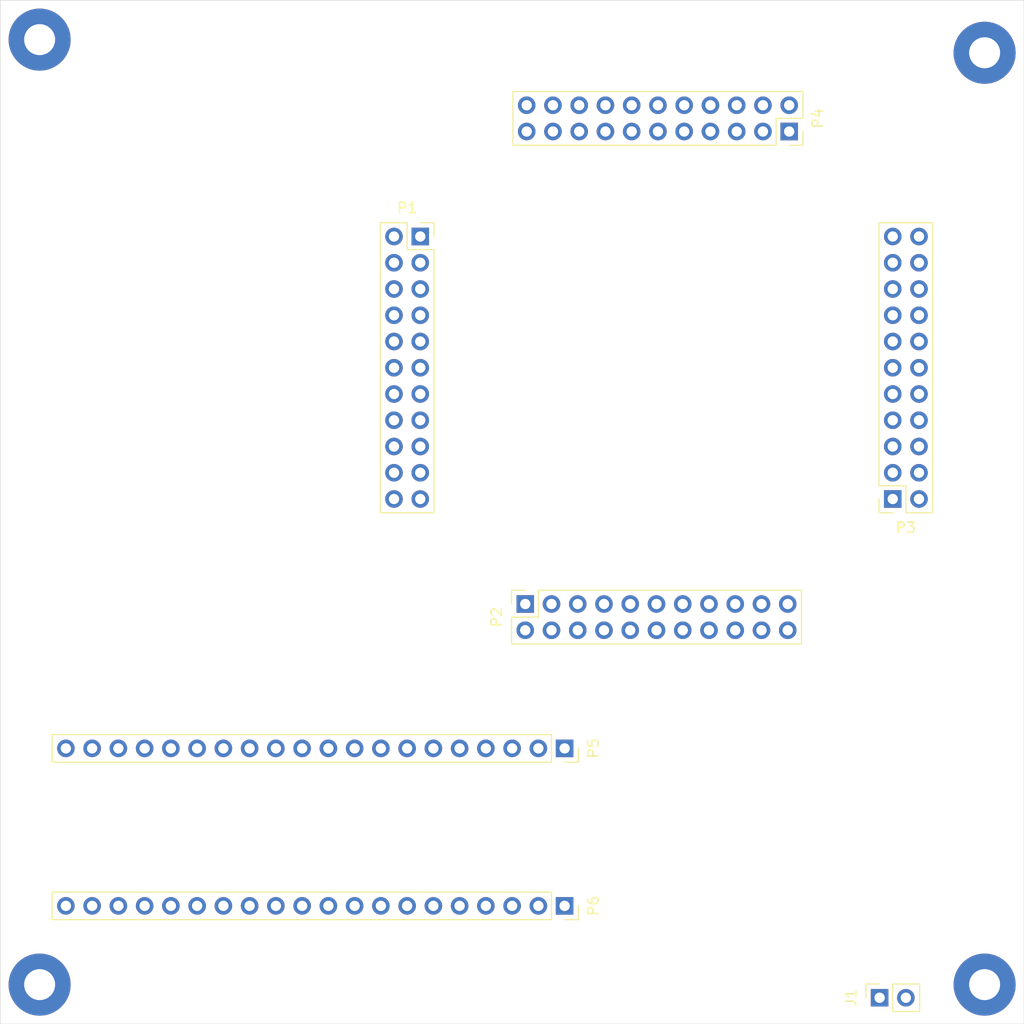
<source format=kicad_pcb>
(kicad_pcb (version 20171130) (host pcbnew 5.1.10-88a1d61d58~90~ubuntu20.04.1)

  (general
    (thickness 1.6)
    (drawings 4)
    (tracks 0)
    (zones 0)
    (modules 11)
    (nets 103)
  )

  (page A4)
  (layers
    (0 F.Cu signal)
    (31 B.Cu signal)
    (32 B.Adhes user)
    (33 F.Adhes user)
    (34 B.Paste user)
    (35 F.Paste user)
    (36 B.SilkS user)
    (37 F.SilkS user)
    (38 B.Mask user)
    (39 F.Mask user)
    (40 Dwgs.User user)
    (41 Cmts.User user)
    (42 Eco1.User user)
    (43 Eco2.User user)
    (44 Edge.Cuts user)
    (45 Margin user)
    (46 B.CrtYd user)
    (47 F.CrtYd user)
    (48 B.Fab user)
    (49 F.Fab user)
  )

  (setup
    (last_trace_width 0.25)
    (trace_clearance 0.2)
    (zone_clearance 0.508)
    (zone_45_only no)
    (trace_min 0.2)
    (via_size 0.8)
    (via_drill 0.4)
    (via_min_size 0.4)
    (via_min_drill 0.3)
    (uvia_size 0.3)
    (uvia_drill 0.1)
    (uvias_allowed no)
    (uvia_min_size 0.2)
    (uvia_min_drill 0.1)
    (edge_width 0.05)
    (segment_width 0.6)
    (pcb_text_width 0.3)
    (pcb_text_size 1.5 1.5)
    (mod_edge_width 0.12)
    (mod_text_size 1 1)
    (mod_text_width 0.15)
    (pad_size 6 6)
    (pad_drill 3)
    (pad_to_mask_clearance 0)
    (aux_axis_origin 0 0)
    (visible_elements FFFFF77F)
    (pcbplotparams
      (layerselection 0x010fc_ffffffff)
      (usegerberextensions false)
      (usegerberattributes true)
      (usegerberadvancedattributes true)
      (creategerberjobfile true)
      (excludeedgelayer true)
      (linewidth 0.100000)
      (plotframeref false)
      (viasonmask false)
      (mode 1)
      (useauxorigin false)
      (hpglpennumber 1)
      (hpglpenspeed 20)
      (hpglpendiameter 15.000000)
      (psnegative false)
      (psa4output false)
      (plotreference true)
      (plotvalue true)
      (plotinvisibletext false)
      (padsonsilk false)
      (subtractmaskfromsilk false)
      (outputformat 1)
      (mirror false)
      (drillshape 1)
      (scaleselection 1)
      (outputdirectory ""))
  )

  (net 0 "")
  (net 1 "Net-(P5-Pad18)")
  (net 2 "Net-(P5-Pad17)")
  (net 3 "Net-(P5-Pad12)")
  (net 4 "Net-(P5-Pad11)")
  (net 5 "Net-(P5-Pad10)")
  (net 6 "Net-(P5-Pad9)")
  (net 7 "Net-(P5-Pad8)")
  (net 8 "Net-(P5-Pad7)")
  (net 9 "Net-(P5-Pad6)")
  (net 10 "Net-(P5-Pad5)")
  (net 11 "Net-(P5-Pad4)")
  (net 12 "Net-(P5-Pad3)")
  (net 13 "Net-(P6-Pad1)")
  (net 14 /Pin01)
  (net 15 /3.3V)
  (net 16 /5V)
  (net 17 /Pin20)
  (net 18 /Pin18)
  (net 19 /Pin16)
  (net 20 /Pin14)
  (net 21 /Pin08)
  (net 22 /Pin06)
  (net 23 /Pin04)
  (net 24 /Pin03)
  (net 25 /Pin02)
  (net 26 /Pin21)
  (net 27 /Pin19)
  (net 28 /Pin17)
  (net 29 /Pin15)
  (net 30 /Pin07)
  (net 31 /Pin05)
  (net 32 /Pin50)
  (net 33 /Pin48)
  (net 34 /Pin49)
  (net 35 /Pin44)
  (net 36 /Pin47)
  (net 37 /Pin42)
  (net 38 /Pin43)
  (net 39 /Pin40)
  (net 40 /Pin41)
  (net 41 /Pin38)
  (net 42 /Pin39)
  (net 43 /Pin36)
  (net 44 /Pin37)
  (net 45 /Pin34)
  (net 46 /Pin35)
  (net 47 /Pin30)
  (net 48 /Pin33)
  (net 49 /Pin28)
  (net 50 /Pin29)
  (net 51 /Pin26)
  (net 52 /Pin27)
  (net 53 /Pin74)
  (net 54 /Pin75)
  (net 55 /Pin72)
  (net 56 /Pin73)
  (net 57 /Pin70)
  (net 58 /Pin71)
  (net 59 /Pin68)
  (net 60 /Pin69)
  (net 61 /Pin66)
  (net 62 /Pin67)
  (net 63 /Pin64)
  (net 64 /Pin62)
  (net 65 /Pin61)
  (net 66 /Pin58)
  (net 67 /Pin57)
  (net 68 /Pin56)
  (net 69 /Pin55)
  (net 70 /Pin54)
  (net 71 /Pin53)
  (net 72 /Pin52)
  (net 73 /Pin51)
  (net 74 /Pin100)
  (net 75 /Pin98)
  (net 76 /Pin99)
  (net 77 /Pin96)
  (net 78 /Pin97)
  (net 79 /Pin92)
  (net 80 /Pin95)
  (net 81 /Pin90)
  (net 82 /Pin91)
  (net 83 /Pin88)
  (net 84 /Pin89)
  (net 85 /Pin86)
  (net 86 /Pin87)
  (net 87 /Pin84)
  (net 88 /Pin85)
  (net 89 /Pin82)
  (net 90 /Pin83)
  (net 91 /Pin78)
  (net 92 /Pin81)
  (net 93 /Pin76)
  (net 94 /Pin77)
  (net 95 "Net-(P5-Pad2)")
  (net 96 "Net-(P5-Pad1)")
  (net 97 /GND)
  (net 98 "Net-(P6-Pad12)")
  (net 99 "Net-(P6-Pad7)")
  (net 100 "Net-(P6-Pad6)")
  (net 101 "Net-(P6-Pad5)")
  (net 102 "Net-(P6-Pad4)")

  (net_class Default "This is the default net class."
    (clearance 0.2)
    (trace_width 0.25)
    (via_dia 0.8)
    (via_drill 0.4)
    (uvia_dia 0.3)
    (uvia_drill 0.1)
    (add_net /3.3V)
    (add_net /Pin01)
    (add_net /Pin02)
    (add_net /Pin03)
    (add_net /Pin04)
    (add_net /Pin05)
    (add_net /Pin06)
    (add_net /Pin07)
    (add_net /Pin08)
    (add_net /Pin100)
    (add_net /Pin14)
    (add_net /Pin15)
    (add_net /Pin16)
    (add_net /Pin17)
    (add_net /Pin18)
    (add_net /Pin19)
    (add_net /Pin20)
    (add_net /Pin21)
    (add_net /Pin26)
    (add_net /Pin27)
    (add_net /Pin28)
    (add_net /Pin29)
    (add_net /Pin30)
    (add_net /Pin33)
    (add_net /Pin34)
    (add_net /Pin35)
    (add_net /Pin36)
    (add_net /Pin37)
    (add_net /Pin38)
    (add_net /Pin39)
    (add_net /Pin40)
    (add_net /Pin41)
    (add_net /Pin42)
    (add_net /Pin43)
    (add_net /Pin44)
    (add_net /Pin47)
    (add_net /Pin48)
    (add_net /Pin49)
    (add_net /Pin50)
    (add_net /Pin51)
    (add_net /Pin52)
    (add_net /Pin53)
    (add_net /Pin54)
    (add_net /Pin55)
    (add_net /Pin56)
    (add_net /Pin57)
    (add_net /Pin58)
    (add_net /Pin61)
    (add_net /Pin62)
    (add_net /Pin64)
    (add_net /Pin66)
    (add_net /Pin67)
    (add_net /Pin68)
    (add_net /Pin69)
    (add_net /Pin70)
    (add_net /Pin71)
    (add_net /Pin72)
    (add_net /Pin73)
    (add_net /Pin74)
    (add_net /Pin75)
    (add_net /Pin76)
    (add_net /Pin77)
    (add_net /Pin78)
    (add_net /Pin81)
    (add_net /Pin82)
    (add_net /Pin83)
    (add_net /Pin84)
    (add_net /Pin85)
    (add_net /Pin86)
    (add_net /Pin87)
    (add_net /Pin88)
    (add_net /Pin89)
    (add_net /Pin90)
    (add_net /Pin91)
    (add_net /Pin92)
    (add_net /Pin95)
    (add_net /Pin96)
    (add_net /Pin97)
    (add_net /Pin98)
    (add_net /Pin99)
    (add_net "Net-(P5-Pad1)")
    (add_net "Net-(P5-Pad10)")
    (add_net "Net-(P5-Pad11)")
    (add_net "Net-(P5-Pad12)")
    (add_net "Net-(P5-Pad17)")
    (add_net "Net-(P5-Pad18)")
    (add_net "Net-(P5-Pad2)")
    (add_net "Net-(P5-Pad3)")
    (add_net "Net-(P5-Pad4)")
    (add_net "Net-(P5-Pad5)")
    (add_net "Net-(P5-Pad6)")
    (add_net "Net-(P5-Pad7)")
    (add_net "Net-(P5-Pad8)")
    (add_net "Net-(P5-Pad9)")
    (add_net "Net-(P6-Pad1)")
    (add_net "Net-(P6-Pad12)")
    (add_net "Net-(P6-Pad4)")
    (add_net "Net-(P6-Pad5)")
    (add_net "Net-(P6-Pad6)")
    (add_net "Net-(P6-Pad7)")
  )

  (net_class Power ""
    (clearance 0.2)
    (trace_width 0.5)
    (via_dia 0.8)
    (via_drill 0.4)
    (uvia_dia 0.3)
    (uvia_drill 0.1)
    (add_net /5V)
    (add_net /GND)
  )

  (module MountingHole:MountingHole_3mm_Pad (layer F.Cu) (tedit 56D1B4CB) (tstamp 6111B188)
    (at 185.42 121.92)
    (descr "Mounting Hole 3mm")
    (tags "mounting hole 3mm")
    (attr virtual)
    (fp_text reference Pad4 (at 0 -4) (layer F.SilkS) hide
      (effects (font (size 1 1) (thickness 0.15)))
    )
    (fp_text value MountingHole_3mm_Pad (at 0 4) (layer F.Fab) hide
      (effects (font (size 1 1) (thickness 0.15)))
    )
    (fp_text user %R (at 0.3 0) (layer F.Fab)
      (effects (font (size 1 1) (thickness 0.15)))
    )
    (fp_circle (center 0 0) (end 3 0) (layer Cmts.User) (width 0.15))
    (fp_circle (center 0 0) (end 3.25 0) (layer F.CrtYd) (width 0.05))
    (pad 1 thru_hole circle (at 0 0) (size 6 6) (drill 3) (layers *.Cu *.Mask))
  )

  (module MountingHole:MountingHole_3mm_Pad (layer F.Cu) (tedit 56D1B4CB) (tstamp 6111B0B3)
    (at 93.98 121.92)
    (descr "Mounting Hole 3mm")
    (tags "mounting hole 3mm")
    (attr virtual)
    (fp_text reference Pad3 (at 0 -4) (layer F.SilkS) hide
      (effects (font (size 1 1) (thickness 0.15)))
    )
    (fp_text value MountingHole_3mm_Pad (at 0 4) (layer F.Fab) hide
      (effects (font (size 1 1) (thickness 0.15)))
    )
    (fp_text user %R (at 0.3 0) (layer F.Fab)
      (effects (font (size 1 1) (thickness 0.15)))
    )
    (fp_circle (center 0 0) (end 3 0) (layer Cmts.User) (width 0.15))
    (fp_circle (center 0 0) (end 3.25 0) (layer F.CrtYd) (width 0.05))
    (pad 1 thru_hole circle (at 0 0) (size 6 6) (drill 3) (layers *.Cu *.Mask))
  )

  (module MountingHole:MountingHole_3mm_Pad (layer F.Cu) (tedit 6111412A) (tstamp 6111B06A)
    (at 185.42 31.75)
    (descr "Mounting Hole 3mm")
    (tags "mounting hole 3mm")
    (attr virtual)
    (fp_text reference Pad2 (at 0 -4) (layer F.SilkS) hide
      (effects (font (size 1 1) (thickness 0.15)))
    )
    (fp_text value MountingHole_3mm_Pad (at 0 4) (layer F.Fab) hide
      (effects (font (size 1 1) (thickness 0.15)))
    )
    (fp_text user %R (at 0.3 0) (layer F.Fab)
      (effects (font (size 1 1) (thickness 0.15)))
    )
    (fp_circle (center 0 0) (end 3 0) (layer Cmts.User) (width 0.15))
    (fp_circle (center 0 0) (end 3.25 0) (layer F.CrtYd) (width 0.05))
    (pad 2 thru_hole circle (at 0 0) (size 6 6) (drill 3) (layers *.Cu *.Mask))
  )

  (module MountingHole:MountingHole_3mm_Pad (layer F.Cu) (tedit 56D1B4CB) (tstamp 6111AD6B)
    (at 93.98 30.48)
    (descr "Mounting Hole 3mm")
    (tags "mounting hole 3mm")
    (attr virtual)
    (fp_text reference Pad1 (at 0 -4) (layer F.SilkS) hide
      (effects (font (size 1 1) (thickness 0.15)))
    )
    (fp_text value MountingHole_3mm_Pad (at 0 4) (layer F.Fab) hide
      (effects (font (size 1 1) (thickness 0.15)))
    )
    (fp_text user %R (at 0.3 0) (layer F.Fab)
      (effects (font (size 1 1) (thickness 0.15)))
    )
    (fp_circle (center 0 0) (end 3 0) (layer Cmts.User) (width 0.15))
    (fp_circle (center 0 0) (end 3.25 0) (layer F.CrtYd) (width 0.05))
    (pad 1 thru_hole circle (at 0 0) (size 6 6) (drill 3) (layers *.Cu *.Mask))
  )

  (module Connector_PinSocket_2.54mm:PinSocket_1x02_P2.54mm_Vertical (layer F.Cu) (tedit 5A19A420) (tstamp 610F3BB9)
    (at 175.26 123.19 90)
    (descr "Through hole straight socket strip, 1x02, 2.54mm pitch, single row (from Kicad 4.0.7), script generated")
    (tags "Through hole socket strip THT 1x02 2.54mm single row")
    (path /611057A8)
    (fp_text reference J1 (at 0 -2.77 90) (layer F.SilkS)
      (effects (font (size 1 1) (thickness 0.15)))
    )
    (fp_text value Conn_01x02_Male (at 0 5.31 90) (layer F.Fab) hide
      (effects (font (size 1 1) (thickness 0.15)))
    )
    (fp_line (start -1.27 -1.27) (end 0.635 -1.27) (layer F.Fab) (width 0.1))
    (fp_line (start 0.635 -1.27) (end 1.27 -0.635) (layer F.Fab) (width 0.1))
    (fp_line (start 1.27 -0.635) (end 1.27 3.81) (layer F.Fab) (width 0.1))
    (fp_line (start 1.27 3.81) (end -1.27 3.81) (layer F.Fab) (width 0.1))
    (fp_line (start -1.27 3.81) (end -1.27 -1.27) (layer F.Fab) (width 0.1))
    (fp_line (start -1.33 1.27) (end 1.33 1.27) (layer F.SilkS) (width 0.12))
    (fp_line (start -1.33 1.27) (end -1.33 3.87) (layer F.SilkS) (width 0.12))
    (fp_line (start -1.33 3.87) (end 1.33 3.87) (layer F.SilkS) (width 0.12))
    (fp_line (start 1.33 1.27) (end 1.33 3.87) (layer F.SilkS) (width 0.12))
    (fp_line (start 1.33 -1.33) (end 1.33 0) (layer F.SilkS) (width 0.12))
    (fp_line (start 0 -1.33) (end 1.33 -1.33) (layer F.SilkS) (width 0.12))
    (fp_line (start -1.8 -1.8) (end 1.75 -1.8) (layer F.CrtYd) (width 0.05))
    (fp_line (start 1.75 -1.8) (end 1.75 4.3) (layer F.CrtYd) (width 0.05))
    (fp_line (start 1.75 4.3) (end -1.8 4.3) (layer F.CrtYd) (width 0.05))
    (fp_line (start -1.8 4.3) (end -1.8 -1.8) (layer F.CrtYd) (width 0.05))
    (fp_text user %R (at 0 1.27) (layer F.Fab)
      (effects (font (size 1 1) (thickness 0.15)))
    )
    (pad 2 thru_hole oval (at 0 2.54 90) (size 1.7 1.7) (drill 1) (layers *.Cu *.Mask)
      (net 97 /GND))
    (pad 1 thru_hole rect (at 0 0 90) (size 1.7 1.7) (drill 1) (layers *.Cu *.Mask)
      (net 16 /5V))
    (model ${KISYS3DMOD}/Connector_PinSocket_2.54mm.3dshapes/PinSocket_1x02_P2.54mm_Vertical.wrl
      (at (xyz 0 0 0))
      (scale (xyz 1 1 1))
      (rotate (xyz 0 0 0))
    )
  )

  (module Connector_PinSocket_2.54mm:PinSocket_2x11_P2.54mm_Vertical (layer F.Cu) (tedit 5A19A41F) (tstamp 61114966)
    (at 166.51 39.37 270)
    (descr "Through hole straight socket strip, 2x11, 2.54mm pitch, double cols (from Kicad 4.0.7), script generated")
    (tags "Through hole socket strip THT 2x11 2.54mm double row")
    (path /61131629)
    (fp_text reference P4 (at -1.27 -2.77 90) (layer F.SilkS)
      (effects (font (size 1 1) (thickness 0.15)))
    )
    (fp_text value Conn_02x11_Odd_Even (at -1.27 28.17 90) (layer F.Fab) hide
      (effects (font (size 1 1) (thickness 0.15)))
    )
    (fp_line (start -4.34 27.15) (end -4.34 -1.8) (layer F.CrtYd) (width 0.05))
    (fp_line (start 1.76 27.15) (end -4.34 27.15) (layer F.CrtYd) (width 0.05))
    (fp_line (start 1.76 -1.8) (end 1.76 27.15) (layer F.CrtYd) (width 0.05))
    (fp_line (start -4.34 -1.8) (end 1.76 -1.8) (layer F.CrtYd) (width 0.05))
    (fp_line (start 0 -1.33) (end 1.33 -1.33) (layer F.SilkS) (width 0.12))
    (fp_line (start 1.33 -1.33) (end 1.33 0) (layer F.SilkS) (width 0.12))
    (fp_line (start -1.27 -1.33) (end -1.27 1.27) (layer F.SilkS) (width 0.12))
    (fp_line (start -1.27 1.27) (end 1.33 1.27) (layer F.SilkS) (width 0.12))
    (fp_line (start 1.33 1.27) (end 1.33 26.73) (layer F.SilkS) (width 0.12))
    (fp_line (start -3.87 26.73) (end 1.33 26.73) (layer F.SilkS) (width 0.12))
    (fp_line (start -3.87 -1.33) (end -3.87 26.73) (layer F.SilkS) (width 0.12))
    (fp_line (start -3.87 -1.33) (end -1.27 -1.33) (layer F.SilkS) (width 0.12))
    (fp_line (start -3.81 26.67) (end -3.81 -1.27) (layer F.Fab) (width 0.1))
    (fp_line (start 1.27 26.67) (end -3.81 26.67) (layer F.Fab) (width 0.1))
    (fp_line (start 1.27 -0.27) (end 1.27 26.67) (layer F.Fab) (width 0.1))
    (fp_line (start 0.27 -1.27) (end 1.27 -0.27) (layer F.Fab) (width 0.1))
    (fp_line (start -3.81 -1.27) (end 0.27 -1.27) (layer F.Fab) (width 0.1))
    (fp_text user %R (at -1.27 12.7) (layer F.Fab)
      (effects (font (size 1 1) (thickness 0.15)))
    )
    (pad 22 thru_hole oval (at -2.54 25.4 270) (size 1.7 1.7) (drill 1) (layers *.Cu *.Mask)
      (net 74 /Pin100))
    (pad 21 thru_hole oval (at 0 25.4 270) (size 1.7 1.7) (drill 1) (layers *.Cu *.Mask)
      (net 97 /GND))
    (pad 20 thru_hole oval (at -2.54 22.86 270) (size 1.7 1.7) (drill 1) (layers *.Cu *.Mask)
      (net 75 /Pin98))
    (pad 19 thru_hole oval (at 0 22.86 270) (size 1.7 1.7) (drill 1) (layers *.Cu *.Mask)
      (net 76 /Pin99))
    (pad 18 thru_hole oval (at -2.54 20.32 270) (size 1.7 1.7) (drill 1) (layers *.Cu *.Mask)
      (net 77 /Pin96))
    (pad 17 thru_hole oval (at 0 20.32 270) (size 1.7 1.7) (drill 1) (layers *.Cu *.Mask)
      (net 78 /Pin97))
    (pad 16 thru_hole oval (at -2.54 17.78 270) (size 1.7 1.7) (drill 1) (layers *.Cu *.Mask)
      (net 79 /Pin92))
    (pad 15 thru_hole oval (at 0 17.78 270) (size 1.7 1.7) (drill 1) (layers *.Cu *.Mask)
      (net 80 /Pin95))
    (pad 14 thru_hole oval (at -2.54 15.24 270) (size 1.7 1.7) (drill 1) (layers *.Cu *.Mask)
      (net 81 /Pin90))
    (pad 13 thru_hole oval (at 0 15.24 270) (size 1.7 1.7) (drill 1) (layers *.Cu *.Mask)
      (net 82 /Pin91))
    (pad 12 thru_hole oval (at -2.54 12.7 270) (size 1.7 1.7) (drill 1) (layers *.Cu *.Mask)
      (net 83 /Pin88))
    (pad 11 thru_hole oval (at 0 12.7 270) (size 1.7 1.7) (drill 1) (layers *.Cu *.Mask)
      (net 84 /Pin89))
    (pad 10 thru_hole oval (at -2.54 10.16 270) (size 1.7 1.7) (drill 1) (layers *.Cu *.Mask)
      (net 85 /Pin86))
    (pad 9 thru_hole oval (at 0 10.16 270) (size 1.7 1.7) (drill 1) (layers *.Cu *.Mask)
      (net 86 /Pin87))
    (pad 8 thru_hole oval (at -2.54 7.62 270) (size 1.7 1.7) (drill 1) (layers *.Cu *.Mask)
      (net 87 /Pin84))
    (pad 7 thru_hole oval (at 0 7.62 270) (size 1.7 1.7) (drill 1) (layers *.Cu *.Mask)
      (net 88 /Pin85))
    (pad 6 thru_hole oval (at -2.54 5.08 270) (size 1.7 1.7) (drill 1) (layers *.Cu *.Mask)
      (net 89 /Pin82))
    (pad 5 thru_hole oval (at 0 5.08 270) (size 1.7 1.7) (drill 1) (layers *.Cu *.Mask)
      (net 90 /Pin83))
    (pad 4 thru_hole oval (at -2.54 2.54 270) (size 1.7 1.7) (drill 1) (layers *.Cu *.Mask)
      (net 91 /Pin78))
    (pad 3 thru_hole oval (at 0 2.54 270) (size 1.7 1.7) (drill 1) (layers *.Cu *.Mask)
      (net 92 /Pin81))
    (pad 2 thru_hole oval (at -2.54 0 270) (size 1.7 1.7) (drill 1) (layers *.Cu *.Mask)
      (net 93 /Pin76))
    (pad 1 thru_hole rect (at 0 0 270) (size 1.7 1.7) (drill 1) (layers *.Cu *.Mask)
      (net 94 /Pin77))
    (model ${KISYS3DMOD}/Connector_PinSocket_2.54mm.3dshapes/PinSocket_2x11_P2.54mm_Vertical.wrl
      (at (xyz 0 0 0))
      (scale (xyz 1 1 1))
      (rotate (xyz 0 0 0))
    )
  )

  (module Connector_PinSocket_2.54mm:PinSocket_2x11_P2.54mm_Vertical (layer F.Cu) (tedit 5A19A41F) (tstamp 61114864)
    (at 176.53 74.93 180)
    (descr "Through hole straight socket strip, 2x11, 2.54mm pitch, double cols (from Kicad 4.0.7), script generated")
    (tags "Through hole socket strip THT 2x11 2.54mm double row")
    (path /6112EC67)
    (fp_text reference P3 (at -1.27 -2.77) (layer F.SilkS)
      (effects (font (size 1 1) (thickness 0.15)))
    )
    (fp_text value Conn_02x11_Odd_Even (at -1.27 28.17) (layer F.Fab) hide
      (effects (font (size 1 1) (thickness 0.15)))
    )
    (fp_line (start -4.34 27.15) (end -4.34 -1.8) (layer F.CrtYd) (width 0.05))
    (fp_line (start 1.76 27.15) (end -4.34 27.15) (layer F.CrtYd) (width 0.05))
    (fp_line (start 1.76 -1.8) (end 1.76 27.15) (layer F.CrtYd) (width 0.05))
    (fp_line (start -4.34 -1.8) (end 1.76 -1.8) (layer F.CrtYd) (width 0.05))
    (fp_line (start 0 -1.33) (end 1.33 -1.33) (layer F.SilkS) (width 0.12))
    (fp_line (start 1.33 -1.33) (end 1.33 0) (layer F.SilkS) (width 0.12))
    (fp_line (start -1.27 -1.33) (end -1.27 1.27) (layer F.SilkS) (width 0.12))
    (fp_line (start -1.27 1.27) (end 1.33 1.27) (layer F.SilkS) (width 0.12))
    (fp_line (start 1.33 1.27) (end 1.33 26.73) (layer F.SilkS) (width 0.12))
    (fp_line (start -3.87 26.73) (end 1.33 26.73) (layer F.SilkS) (width 0.12))
    (fp_line (start -3.87 -1.33) (end -3.87 26.73) (layer F.SilkS) (width 0.12))
    (fp_line (start -3.87 -1.33) (end -1.27 -1.33) (layer F.SilkS) (width 0.12))
    (fp_line (start -3.81 26.67) (end -3.81 -1.27) (layer F.Fab) (width 0.1))
    (fp_line (start 1.27 26.67) (end -3.81 26.67) (layer F.Fab) (width 0.1))
    (fp_line (start 1.27 -0.27) (end 1.27 26.67) (layer F.Fab) (width 0.1))
    (fp_line (start 0.27 -1.27) (end 1.27 -0.27) (layer F.Fab) (width 0.1))
    (fp_line (start -3.81 -1.27) (end 0.27 -1.27) (layer F.Fab) (width 0.1))
    (fp_text user %R (at -1.27 12.7 90) (layer F.Fab)
      (effects (font (size 1 1) (thickness 0.15)))
    )
    (pad 22 thru_hole oval (at -2.54 25.4 180) (size 1.7 1.7) (drill 1) (layers *.Cu *.Mask)
      (net 53 /Pin74))
    (pad 21 thru_hole oval (at 0 25.4 180) (size 1.7 1.7) (drill 1) (layers *.Cu *.Mask)
      (net 54 /Pin75))
    (pad 20 thru_hole oval (at -2.54 22.86 180) (size 1.7 1.7) (drill 1) (layers *.Cu *.Mask)
      (net 55 /Pin72))
    (pad 19 thru_hole oval (at 0 22.86 180) (size 1.7 1.7) (drill 1) (layers *.Cu *.Mask)
      (net 56 /Pin73))
    (pad 18 thru_hole oval (at -2.54 20.32 180) (size 1.7 1.7) (drill 1) (layers *.Cu *.Mask)
      (net 57 /Pin70))
    (pad 17 thru_hole oval (at 0 20.32 180) (size 1.7 1.7) (drill 1) (layers *.Cu *.Mask)
      (net 58 /Pin71))
    (pad 16 thru_hole oval (at -2.54 17.78 180) (size 1.7 1.7) (drill 1) (layers *.Cu *.Mask)
      (net 59 /Pin68))
    (pad 15 thru_hole oval (at 0 17.78 180) (size 1.7 1.7) (drill 1) (layers *.Cu *.Mask)
      (net 60 /Pin69))
    (pad 14 thru_hole oval (at -2.54 15.24 180) (size 1.7 1.7) (drill 1) (layers *.Cu *.Mask)
      (net 61 /Pin66))
    (pad 13 thru_hole oval (at 0 15.24 180) (size 1.7 1.7) (drill 1) (layers *.Cu *.Mask)
      (net 62 /Pin67))
    (pad 12 thru_hole oval (at -2.54 12.7 180) (size 1.7 1.7) (drill 1) (layers *.Cu *.Mask)
      (net 63 /Pin64))
    (pad 11 thru_hole oval (at 0 12.7 180) (size 1.7 1.7) (drill 1) (layers *.Cu *.Mask)
      (net 97 /GND))
    (pad 10 thru_hole oval (at -2.54 10.16 180) (size 1.7 1.7) (drill 1) (layers *.Cu *.Mask)
      (net 64 /Pin62))
    (pad 9 thru_hole oval (at 0 10.16 180) (size 1.7 1.7) (drill 1) (layers *.Cu *.Mask)
      (net 65 /Pin61))
    (pad 8 thru_hole oval (at -2.54 7.62 180) (size 1.7 1.7) (drill 1) (layers *.Cu *.Mask)
      (net 66 /Pin58))
    (pad 7 thru_hole oval (at 0 7.62 180) (size 1.7 1.7) (drill 1) (layers *.Cu *.Mask)
      (net 67 /Pin57))
    (pad 6 thru_hole oval (at -2.54 5.08 180) (size 1.7 1.7) (drill 1) (layers *.Cu *.Mask)
      (net 68 /Pin56))
    (pad 5 thru_hole oval (at 0 5.08 180) (size 1.7 1.7) (drill 1) (layers *.Cu *.Mask)
      (net 69 /Pin55))
    (pad 4 thru_hole oval (at -2.54 2.54 180) (size 1.7 1.7) (drill 1) (layers *.Cu *.Mask)
      (net 70 /Pin54))
    (pad 3 thru_hole oval (at 0 2.54 180) (size 1.7 1.7) (drill 1) (layers *.Cu *.Mask)
      (net 71 /Pin53))
    (pad 2 thru_hole oval (at -2.54 0 180) (size 1.7 1.7) (drill 1) (layers *.Cu *.Mask)
      (net 72 /Pin52))
    (pad 1 thru_hole rect (at 0 0 180) (size 1.7 1.7) (drill 1) (layers *.Cu *.Mask)
      (net 73 /Pin51))
    (model ${KISYS3DMOD}/Connector_PinSocket_2.54mm.3dshapes/PinSocket_2x11_P2.54mm_Vertical.wrl
      (at (xyz 0 0 0))
      (scale (xyz 1 1 1))
      (rotate (xyz 0 0 0))
    )
  )

  (module Connector_PinSocket_2.54mm:PinSocket_2x11_P2.54mm_Vertical (layer F.Cu) (tedit 5A19A41F) (tstamp 611147E3)
    (at 140.97 85.09 90)
    (descr "Through hole straight socket strip, 2x11, 2.54mm pitch, double cols (from Kicad 4.0.7), script generated")
    (tags "Through hole socket strip THT 2x11 2.54mm double row")
    (path /6112CA7C)
    (fp_text reference P2 (at -1.27 -2.77 90) (layer F.SilkS)
      (effects (font (size 1 1) (thickness 0.15)))
    )
    (fp_text value Conn_02x11_Odd_Even (at -1.27 28.17 90) (layer F.Fab) hide
      (effects (font (size 1 1) (thickness 0.15)))
    )
    (fp_line (start -4.34 27.15) (end -4.34 -1.8) (layer F.CrtYd) (width 0.05))
    (fp_line (start 1.76 27.15) (end -4.34 27.15) (layer F.CrtYd) (width 0.05))
    (fp_line (start 1.76 -1.8) (end 1.76 27.15) (layer F.CrtYd) (width 0.05))
    (fp_line (start -4.34 -1.8) (end 1.76 -1.8) (layer F.CrtYd) (width 0.05))
    (fp_line (start 0 -1.33) (end 1.33 -1.33) (layer F.SilkS) (width 0.12))
    (fp_line (start 1.33 -1.33) (end 1.33 0) (layer F.SilkS) (width 0.12))
    (fp_line (start -1.27 -1.33) (end -1.27 1.27) (layer F.SilkS) (width 0.12))
    (fp_line (start -1.27 1.27) (end 1.33 1.27) (layer F.SilkS) (width 0.12))
    (fp_line (start 1.33 1.27) (end 1.33 26.73) (layer F.SilkS) (width 0.12))
    (fp_line (start -3.87 26.73) (end 1.33 26.73) (layer F.SilkS) (width 0.12))
    (fp_line (start -3.87 -1.33) (end -3.87 26.73) (layer F.SilkS) (width 0.12))
    (fp_line (start -3.87 -1.33) (end -1.27 -1.33) (layer F.SilkS) (width 0.12))
    (fp_line (start -3.81 26.67) (end -3.81 -1.27) (layer F.Fab) (width 0.1))
    (fp_line (start 1.27 26.67) (end -3.81 26.67) (layer F.Fab) (width 0.1))
    (fp_line (start 1.27 -0.27) (end 1.27 26.67) (layer F.Fab) (width 0.1))
    (fp_line (start 0.27 -1.27) (end 1.27 -0.27) (layer F.Fab) (width 0.1))
    (fp_line (start -3.81 -1.27) (end 0.27 -1.27) (layer F.Fab) (width 0.1))
    (fp_text user %R (at -1.27 12.7) (layer F.Fab)
      (effects (font (size 1 1) (thickness 0.15)))
    )
    (pad 22 thru_hole oval (at -2.54 25.4 90) (size 1.7 1.7) (drill 1) (layers *.Cu *.Mask)
      (net 32 /Pin50))
    (pad 21 thru_hole oval (at 0 25.4 90) (size 1.7 1.7) (drill 1) (layers *.Cu *.Mask)
      (net 97 /GND))
    (pad 20 thru_hole oval (at -2.54 22.86 90) (size 1.7 1.7) (drill 1) (layers *.Cu *.Mask)
      (net 33 /Pin48))
    (pad 19 thru_hole oval (at 0 22.86 90) (size 1.7 1.7) (drill 1) (layers *.Cu *.Mask)
      (net 34 /Pin49))
    (pad 18 thru_hole oval (at -2.54 20.32 90) (size 1.7 1.7) (drill 1) (layers *.Cu *.Mask)
      (net 35 /Pin44))
    (pad 17 thru_hole oval (at 0 20.32 90) (size 1.7 1.7) (drill 1) (layers *.Cu *.Mask)
      (net 36 /Pin47))
    (pad 16 thru_hole oval (at -2.54 17.78 90) (size 1.7 1.7) (drill 1) (layers *.Cu *.Mask)
      (net 37 /Pin42))
    (pad 15 thru_hole oval (at 0 17.78 90) (size 1.7 1.7) (drill 1) (layers *.Cu *.Mask)
      (net 38 /Pin43))
    (pad 14 thru_hole oval (at -2.54 15.24 90) (size 1.7 1.7) (drill 1) (layers *.Cu *.Mask)
      (net 39 /Pin40))
    (pad 13 thru_hole oval (at 0 15.24 90) (size 1.7 1.7) (drill 1) (layers *.Cu *.Mask)
      (net 40 /Pin41))
    (pad 12 thru_hole oval (at -2.54 12.7 90) (size 1.7 1.7) (drill 1) (layers *.Cu *.Mask)
      (net 41 /Pin38))
    (pad 11 thru_hole oval (at 0 12.7 90) (size 1.7 1.7) (drill 1) (layers *.Cu *.Mask)
      (net 42 /Pin39))
    (pad 10 thru_hole oval (at -2.54 10.16 90) (size 1.7 1.7) (drill 1) (layers *.Cu *.Mask)
      (net 43 /Pin36))
    (pad 9 thru_hole oval (at 0 10.16 90) (size 1.7 1.7) (drill 1) (layers *.Cu *.Mask)
      (net 44 /Pin37))
    (pad 8 thru_hole oval (at -2.54 7.62 90) (size 1.7 1.7) (drill 1) (layers *.Cu *.Mask)
      (net 45 /Pin34))
    (pad 7 thru_hole oval (at 0 7.62 90) (size 1.7 1.7) (drill 1) (layers *.Cu *.Mask)
      (net 46 /Pin35))
    (pad 6 thru_hole oval (at -2.54 5.08 90) (size 1.7 1.7) (drill 1) (layers *.Cu *.Mask)
      (net 47 /Pin30))
    (pad 5 thru_hole oval (at 0 5.08 90) (size 1.7 1.7) (drill 1) (layers *.Cu *.Mask)
      (net 48 /Pin33))
    (pad 4 thru_hole oval (at -2.54 2.54 90) (size 1.7 1.7) (drill 1) (layers *.Cu *.Mask)
      (net 49 /Pin28))
    (pad 3 thru_hole oval (at 0 2.54 90) (size 1.7 1.7) (drill 1) (layers *.Cu *.Mask)
      (net 50 /Pin29))
    (pad 2 thru_hole oval (at -2.54 0 90) (size 1.7 1.7) (drill 1) (layers *.Cu *.Mask)
      (net 51 /Pin26))
    (pad 1 thru_hole rect (at 0 0 90) (size 1.7 1.7) (drill 1) (layers *.Cu *.Mask)
      (net 52 /Pin27))
    (model ${KISYS3DMOD}/Connector_PinSocket_2.54mm.3dshapes/PinSocket_2x11_P2.54mm_Vertical.wrl
      (at (xyz 0 0 0))
      (scale (xyz 1 1 1))
      (rotate (xyz 0 0 0))
    )
  )

  (module Connector_PinSocket_2.54mm:PinSocket_2x11_P2.54mm_Vertical (layer F.Cu) (tedit 5A19A41F) (tstamp 611148E5)
    (at 130.81 49.53)
    (descr "Through hole straight socket strip, 2x11, 2.54mm pitch, double cols (from Kicad 4.0.7), script generated")
    (tags "Through hole socket strip THT 2x11 2.54mm double row")
    (path /61127B8C)
    (fp_text reference P1 (at -1.27 -2.77) (layer F.SilkS)
      (effects (font (size 1 1) (thickness 0.15)))
    )
    (fp_text value Conn_02x11_Odd_Even (at -1.27 28.17) (layer F.Fab) hide
      (effects (font (size 1 1) (thickness 0.15)))
    )
    (fp_line (start -4.34 27.15) (end -4.34 -1.8) (layer F.CrtYd) (width 0.05))
    (fp_line (start 1.76 27.15) (end -4.34 27.15) (layer F.CrtYd) (width 0.05))
    (fp_line (start 1.76 -1.8) (end 1.76 27.15) (layer F.CrtYd) (width 0.05))
    (fp_line (start -4.34 -1.8) (end 1.76 -1.8) (layer F.CrtYd) (width 0.05))
    (fp_line (start 0 -1.33) (end 1.33 -1.33) (layer F.SilkS) (width 0.12))
    (fp_line (start 1.33 -1.33) (end 1.33 0) (layer F.SilkS) (width 0.12))
    (fp_line (start -1.27 -1.33) (end -1.27 1.27) (layer F.SilkS) (width 0.12))
    (fp_line (start -1.27 1.27) (end 1.33 1.27) (layer F.SilkS) (width 0.12))
    (fp_line (start 1.33 1.27) (end 1.33 26.73) (layer F.SilkS) (width 0.12))
    (fp_line (start -3.87 26.73) (end 1.33 26.73) (layer F.SilkS) (width 0.12))
    (fp_line (start -3.87 -1.33) (end -3.87 26.73) (layer F.SilkS) (width 0.12))
    (fp_line (start -3.87 -1.33) (end -1.27 -1.33) (layer F.SilkS) (width 0.12))
    (fp_line (start -3.81 26.67) (end -3.81 -1.27) (layer F.Fab) (width 0.1))
    (fp_line (start 1.27 26.67) (end -3.81 26.67) (layer F.Fab) (width 0.1))
    (fp_line (start 1.27 -0.27) (end 1.27 26.67) (layer F.Fab) (width 0.1))
    (fp_line (start 0.27 -1.27) (end 1.27 -0.27) (layer F.Fab) (width 0.1))
    (fp_line (start -3.81 -1.27) (end 0.27 -1.27) (layer F.Fab) (width 0.1))
    (fp_text user %R (at -1.27 12.7 90) (layer F.Fab)
      (effects (font (size 1 1) (thickness 0.15)))
    )
    (pad 22 thru_hole oval (at -2.54 25.4) (size 1.7 1.7) (drill 1) (layers *.Cu *.Mask)
      (net 97 /GND))
    (pad 21 thru_hole oval (at 0 25.4) (size 1.7 1.7) (drill 1) (layers *.Cu *.Mask)
      (net 97 /GND))
    (pad 20 thru_hole oval (at -2.54 22.86) (size 1.7 1.7) (drill 1) (layers *.Cu *.Mask)
      (net 15 /3.3V))
    (pad 19 thru_hole oval (at 0 22.86) (size 1.7 1.7) (drill 1) (layers *.Cu *.Mask)
      (net 15 /3.3V))
    (pad 18 thru_hole oval (at -2.54 20.32) (size 1.7 1.7) (drill 1) (layers *.Cu *.Mask)
      (net 16 /5V))
    (pad 17 thru_hole oval (at 0 20.32) (size 1.7 1.7) (drill 1) (layers *.Cu *.Mask)
      (net 16 /5V))
    (pad 16 thru_hole oval (at -2.54 17.78) (size 1.7 1.7) (drill 1) (layers *.Cu *.Mask)
      (net 17 /Pin20))
    (pad 15 thru_hole oval (at 0 17.78) (size 1.7 1.7) (drill 1) (layers *.Cu *.Mask)
      (net 26 /Pin21))
    (pad 14 thru_hole oval (at -2.54 15.24) (size 1.7 1.7) (drill 1) (layers *.Cu *.Mask)
      (net 18 /Pin18))
    (pad 13 thru_hole oval (at 0 15.24) (size 1.7 1.7) (drill 1) (layers *.Cu *.Mask)
      (net 27 /Pin19))
    (pad 12 thru_hole oval (at -2.54 12.7) (size 1.7 1.7) (drill 1) (layers *.Cu *.Mask)
      (net 19 /Pin16))
    (pad 11 thru_hole oval (at 0 12.7) (size 1.7 1.7) (drill 1) (layers *.Cu *.Mask)
      (net 28 /Pin17))
    (pad 10 thru_hole oval (at -2.54 10.16) (size 1.7 1.7) (drill 1) (layers *.Cu *.Mask)
      (net 20 /Pin14))
    (pad 9 thru_hole oval (at 0 10.16) (size 1.7 1.7) (drill 1) (layers *.Cu *.Mask)
      (net 29 /Pin15))
    (pad 8 thru_hole oval (at -2.54 7.62) (size 1.7 1.7) (drill 1) (layers *.Cu *.Mask)
      (net 21 /Pin08))
    (pad 7 thru_hole oval (at 0 7.62) (size 1.7 1.7) (drill 1) (layers *.Cu *.Mask)
      (net 30 /Pin07))
    (pad 6 thru_hole oval (at -2.54 5.08) (size 1.7 1.7) (drill 1) (layers *.Cu *.Mask)
      (net 22 /Pin06))
    (pad 5 thru_hole oval (at 0 5.08) (size 1.7 1.7) (drill 1) (layers *.Cu *.Mask)
      (net 31 /Pin05))
    (pad 4 thru_hole oval (at -2.54 2.54) (size 1.7 1.7) (drill 1) (layers *.Cu *.Mask)
      (net 23 /Pin04))
    (pad 3 thru_hole oval (at 0 2.54) (size 1.7 1.7) (drill 1) (layers *.Cu *.Mask)
      (net 24 /Pin03))
    (pad 2 thru_hole oval (at -2.54 0) (size 1.7 1.7) (drill 1) (layers *.Cu *.Mask)
      (net 25 /Pin02))
    (pad 1 thru_hole rect (at 0 0) (size 1.7 1.7) (drill 1) (layers *.Cu *.Mask)
      (net 14 /Pin01))
    (model ${KISYS3DMOD}/Connector_PinSocket_2.54mm.3dshapes/PinSocket_2x11_P2.54mm_Vertical.wrl
      (at (xyz 0 0 0))
      (scale (xyz 1 1 1))
      (rotate (xyz 0 0 0))
    )
  )

  (module Connector_PinSocket_2.54mm:PinSocket_1x20_P2.54mm_Vertical (layer F.Cu) (tedit 5A19A41E) (tstamp 61114335)
    (at 144.78 114.3 270)
    (descr "Through hole straight socket strip, 1x20, 2.54mm pitch, single row (from Kicad 4.0.7), script generated")
    (tags "Through hole socket strip THT 1x20 2.54mm single row")
    (path /6111D462)
    (fp_text reference P6 (at 0 -2.77 90) (layer F.SilkS)
      (effects (font (size 1 1) (thickness 0.15)))
    )
    (fp_text value Conn_01x20_Female (at 0 51.03 90) (layer F.Fab) hide
      (effects (font (size 1 1) (thickness 0.15)))
    )
    (fp_line (start -1.27 -1.27) (end 0.635 -1.27) (layer F.Fab) (width 0.1))
    (fp_line (start 0.635 -1.27) (end 1.27 -0.635) (layer F.Fab) (width 0.1))
    (fp_line (start 1.27 -0.635) (end 1.27 49.53) (layer F.Fab) (width 0.1))
    (fp_line (start 1.27 49.53) (end -1.27 49.53) (layer F.Fab) (width 0.1))
    (fp_line (start -1.27 49.53) (end -1.27 -1.27) (layer F.Fab) (width 0.1))
    (fp_line (start -1.33 1.27) (end 1.33 1.27) (layer F.SilkS) (width 0.12))
    (fp_line (start -1.33 1.27) (end -1.33 49.59) (layer F.SilkS) (width 0.12))
    (fp_line (start -1.33 49.59) (end 1.33 49.59) (layer F.SilkS) (width 0.12))
    (fp_line (start 1.33 1.27) (end 1.33 49.59) (layer F.SilkS) (width 0.12))
    (fp_line (start 1.33 -1.33) (end 1.33 0) (layer F.SilkS) (width 0.12))
    (fp_line (start 0 -1.33) (end 1.33 -1.33) (layer F.SilkS) (width 0.12))
    (fp_line (start -1.8 -1.8) (end 1.75 -1.8) (layer F.CrtYd) (width 0.05))
    (fp_line (start 1.75 -1.8) (end 1.75 50) (layer F.CrtYd) (width 0.05))
    (fp_line (start 1.75 50) (end -1.8 50) (layer F.CrtYd) (width 0.05))
    (fp_line (start -1.8 50) (end -1.8 -1.8) (layer F.CrtYd) (width 0.05))
    (fp_text user %R (at 0 24.13) (layer F.Fab)
      (effects (font (size 1 1) (thickness 0.15)))
    )
    (pad 20 thru_hole oval (at 0 48.26 270) (size 1.7 1.7) (drill 1) (layers *.Cu *.Mask)
      (net 18 /Pin18))
    (pad 19 thru_hole oval (at 0 45.72 270) (size 1.7 1.7) (drill 1) (layers *.Cu *.Mask)
      (net 27 /Pin19))
    (pad 18 thru_hole oval (at 0 43.18 270) (size 1.7 1.7) (drill 1) (layers *.Cu *.Mask)
      (net 17 /Pin20))
    (pad 17 thru_hole oval (at 0 40.64 270) (size 1.7 1.7) (drill 1) (layers *.Cu *.Mask)
      (net 26 /Pin21))
    (pad 16 thru_hole oval (at 0 38.1 270) (size 1.7 1.7) (drill 1) (layers *.Cu *.Mask)
      (net 14 /Pin01))
    (pad 15 thru_hole oval (at 0 35.56 270) (size 1.7 1.7) (drill 1) (layers *.Cu *.Mask)
      (net 25 /Pin02))
    (pad 14 thru_hole oval (at 0 33.02 270) (size 1.7 1.7) (drill 1) (layers *.Cu *.Mask)
      (net 24 /Pin03))
    (pad 13 thru_hole oval (at 0 30.48 270) (size 1.7 1.7) (drill 1) (layers *.Cu *.Mask)
      (net 23 /Pin04))
    (pad 12 thru_hole oval (at 0 27.94 270) (size 1.7 1.7) (drill 1) (layers *.Cu *.Mask)
      (net 98 "Net-(P6-Pad12)"))
    (pad 11 thru_hole oval (at 0 25.4 270) (size 1.7 1.7) (drill 1) (layers *.Cu *.Mask)
      (net 31 /Pin05))
    (pad 10 thru_hole oval (at 0 22.86 270) (size 1.7 1.7) (drill 1) (layers *.Cu *.Mask)
      (net 22 /Pin06))
    (pad 9 thru_hole oval (at 0 20.32 270) (size 1.7 1.7) (drill 1) (layers *.Cu *.Mask)
      (net 20 /Pin14))
    (pad 8 thru_hole oval (at 0 17.78 270) (size 1.7 1.7) (drill 1) (layers *.Cu *.Mask)
      (net 29 /Pin15))
    (pad 7 thru_hole oval (at 0 15.24 270) (size 1.7 1.7) (drill 1) (layers *.Cu *.Mask)
      (net 99 "Net-(P6-Pad7)"))
    (pad 6 thru_hole oval (at 0 12.7 270) (size 1.7 1.7) (drill 1) (layers *.Cu *.Mask)
      (net 100 "Net-(P6-Pad6)"))
    (pad 5 thru_hole oval (at 0 10.16 270) (size 1.7 1.7) (drill 1) (layers *.Cu *.Mask)
      (net 101 "Net-(P6-Pad5)"))
    (pad 4 thru_hole oval (at 0 7.62 270) (size 1.7 1.7) (drill 1) (layers *.Cu *.Mask)
      (net 102 "Net-(P6-Pad4)"))
    (pad 3 thru_hole oval (at 0 5.08 270) (size 1.7 1.7) (drill 1) (layers *.Cu *.Mask)
      (net 16 /5V))
    (pad 2 thru_hole oval (at 0 2.54 270) (size 1.7 1.7) (drill 1) (layers *.Cu *.Mask)
      (net 97 /GND))
    (pad 1 thru_hole rect (at 0 0 270) (size 1.7 1.7) (drill 1) (layers *.Cu *.Mask)
      (net 13 "Net-(P6-Pad1)"))
    (model ${KISYS3DMOD}/Connector_PinSocket_2.54mm.3dshapes/PinSocket_1x20_P2.54mm_Vertical.wrl
      (at (xyz 0 0 0))
      (scale (xyz 1 1 1))
      (rotate (xyz 0 0 0))
    )
  )

  (module Connector_PinSocket_2.54mm:PinSocket_1x20_P2.54mm_Vertical (layer F.Cu) (tedit 5A19A41E) (tstamp 611142C0)
    (at 144.78 99.06 270)
    (descr "Through hole straight socket strip, 1x20, 2.54mm pitch, single row (from Kicad 4.0.7), script generated")
    (tags "Through hole socket strip THT 1x20 2.54mm single row")
    (path /6111AF0A)
    (fp_text reference P5 (at 0 -2.77 90) (layer F.SilkS)
      (effects (font (size 1 1) (thickness 0.15)))
    )
    (fp_text value Conn_01x20_Female (at 0 51.03 90) (layer F.Fab) hide
      (effects (font (size 1 1) (thickness 0.15)))
    )
    (fp_line (start -1.27 -1.27) (end 0.635 -1.27) (layer F.Fab) (width 0.1))
    (fp_line (start 0.635 -1.27) (end 1.27 -0.635) (layer F.Fab) (width 0.1))
    (fp_line (start 1.27 -0.635) (end 1.27 49.53) (layer F.Fab) (width 0.1))
    (fp_line (start 1.27 49.53) (end -1.27 49.53) (layer F.Fab) (width 0.1))
    (fp_line (start -1.27 49.53) (end -1.27 -1.27) (layer F.Fab) (width 0.1))
    (fp_line (start -1.33 1.27) (end 1.33 1.27) (layer F.SilkS) (width 0.12))
    (fp_line (start -1.33 1.27) (end -1.33 49.59) (layer F.SilkS) (width 0.12))
    (fp_line (start -1.33 49.59) (end 1.33 49.59) (layer F.SilkS) (width 0.12))
    (fp_line (start 1.33 1.27) (end 1.33 49.59) (layer F.SilkS) (width 0.12))
    (fp_line (start 1.33 -1.33) (end 1.33 0) (layer F.SilkS) (width 0.12))
    (fp_line (start 0 -1.33) (end 1.33 -1.33) (layer F.SilkS) (width 0.12))
    (fp_line (start -1.8 -1.8) (end 1.75 -1.8) (layer F.CrtYd) (width 0.05))
    (fp_line (start 1.75 -1.8) (end 1.75 50) (layer F.CrtYd) (width 0.05))
    (fp_line (start 1.75 50) (end -1.8 50) (layer F.CrtYd) (width 0.05))
    (fp_line (start -1.8 50) (end -1.8 -1.8) (layer F.CrtYd) (width 0.05))
    (fp_text user %R (at 0 24.13) (layer F.Fab)
      (effects (font (size 1 1) (thickness 0.15)))
    )
    (pad 20 thru_hole oval (at 0 48.26 270) (size 1.7 1.7) (drill 1) (layers *.Cu *.Mask)
      (net 97 /GND))
    (pad 19 thru_hole oval (at 0 45.72 270) (size 1.7 1.7) (drill 1) (layers *.Cu *.Mask)
      (net 97 /GND))
    (pad 18 thru_hole oval (at 0 43.18 270) (size 1.7 1.7) (drill 1) (layers *.Cu *.Mask)
      (net 1 "Net-(P5-Pad18)"))
    (pad 17 thru_hole oval (at 0 40.64 270) (size 1.7 1.7) (drill 1) (layers *.Cu *.Mask)
      (net 2 "Net-(P5-Pad17)"))
    (pad 16 thru_hole oval (at 0 38.1 270) (size 1.7 1.7) (drill 1) (layers *.Cu *.Mask)
      (net 21 /Pin08))
    (pad 15 thru_hole oval (at 0 35.56 270) (size 1.7 1.7) (drill 1) (layers *.Cu *.Mask)
      (net 30 /Pin07))
    (pad 14 thru_hole oval (at 0 33.02 270) (size 1.7 1.7) (drill 1) (layers *.Cu *.Mask)
      (net 28 /Pin17))
    (pad 13 thru_hole oval (at 0 30.48 270) (size 1.7 1.7) (drill 1) (layers *.Cu *.Mask)
      (net 19 /Pin16))
    (pad 12 thru_hole oval (at 0 27.94 270) (size 1.7 1.7) (drill 1) (layers *.Cu *.Mask)
      (net 3 "Net-(P5-Pad12)"))
    (pad 11 thru_hole oval (at 0 25.4 270) (size 1.7 1.7) (drill 1) (layers *.Cu *.Mask)
      (net 4 "Net-(P5-Pad11)"))
    (pad 10 thru_hole oval (at 0 22.86 270) (size 1.7 1.7) (drill 1) (layers *.Cu *.Mask)
      (net 5 "Net-(P5-Pad10)"))
    (pad 9 thru_hole oval (at 0 20.32 270) (size 1.7 1.7) (drill 1) (layers *.Cu *.Mask)
      (net 6 "Net-(P5-Pad9)"))
    (pad 8 thru_hole oval (at 0 17.78 270) (size 1.7 1.7) (drill 1) (layers *.Cu *.Mask)
      (net 7 "Net-(P5-Pad8)"))
    (pad 7 thru_hole oval (at 0 15.24 270) (size 1.7 1.7) (drill 1) (layers *.Cu *.Mask)
      (net 8 "Net-(P5-Pad7)"))
    (pad 6 thru_hole oval (at 0 12.7 270) (size 1.7 1.7) (drill 1) (layers *.Cu *.Mask)
      (net 9 "Net-(P5-Pad6)"))
    (pad 5 thru_hole oval (at 0 10.16 270) (size 1.7 1.7) (drill 1) (layers *.Cu *.Mask)
      (net 10 "Net-(P5-Pad5)"))
    (pad 4 thru_hole oval (at 0 7.62 270) (size 1.7 1.7) (drill 1) (layers *.Cu *.Mask)
      (net 11 "Net-(P5-Pad4)"))
    (pad 3 thru_hole oval (at 0 5.08 270) (size 1.7 1.7) (drill 1) (layers *.Cu *.Mask)
      (net 12 "Net-(P5-Pad3)"))
    (pad 2 thru_hole oval (at 0 2.54 270) (size 1.7 1.7) (drill 1) (layers *.Cu *.Mask)
      (net 95 "Net-(P5-Pad2)"))
    (pad 1 thru_hole rect (at 0 0 270) (size 1.7 1.7) (drill 1) (layers *.Cu *.Mask)
      (net 96 "Net-(P5-Pad1)"))
    (model ${KISYS3DMOD}/Connector_PinSocket_2.54mm.3dshapes/PinSocket_1x20_P2.54mm_Vertical.wrl
      (at (xyz 0 0 0))
      (scale (xyz 1 1 1))
      (rotate (xyz 0 0 0))
    )
  )

  (gr_line (start 90.17 26.67) (end 90.17 125.73) (layer Edge.Cuts) (width 0.05) (tstamp 610DFA01))
  (gr_line (start 189.23 26.67) (end 189.23 125.73) (layer Edge.Cuts) (width 0.05) (tstamp 610DFA00))
  (gr_line (start 90.17 125.73) (end 189.23 125.73) (layer Edge.Cuts) (width 0.05) (tstamp 610DF9D2))
  (gr_line (start 90.17 26.67) (end 189.23 26.67) (layer Edge.Cuts) (width 0.05) (tstamp 610DF898))

)

</source>
